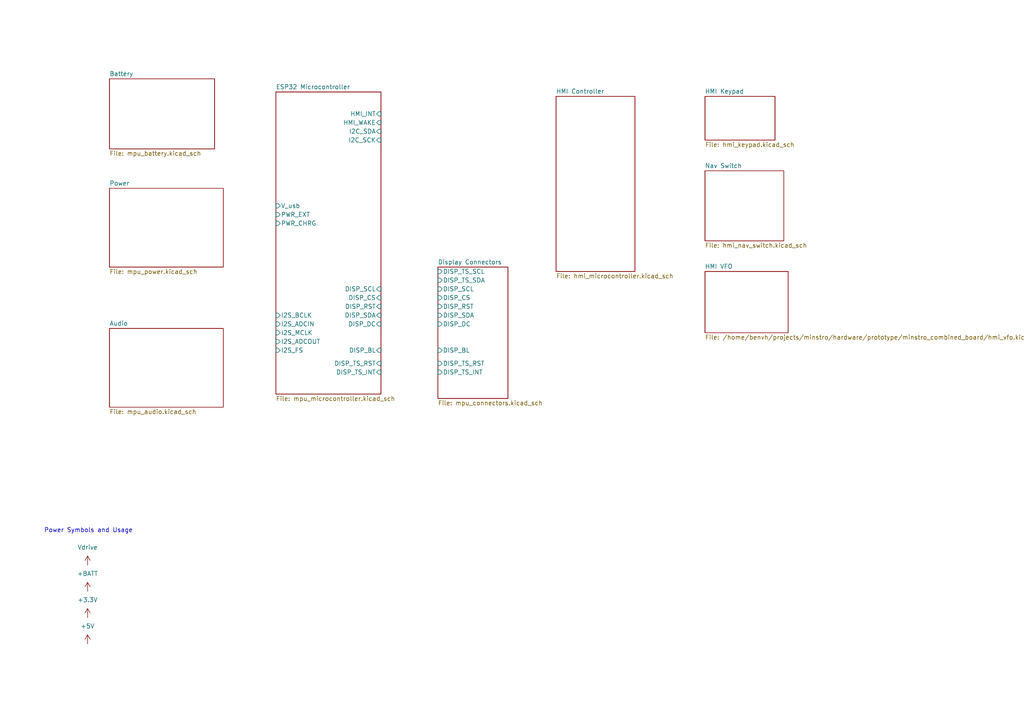
<source format=kicad_sch>
(kicad_sch (version 20250114) (generator "eeschema") (generator_version "9.0")
  (paper "A4")
  (lib_symbols
    (symbol "power:+3.3V" (power) (pin_numbers (hide yes)) (pin_names (offset 0) (hide yes))
      (property "Value" "+3.3V" (at 0 3.556 0))
      (symbol "+3.3V_0_1"
        (polyline (pts (xy -0.762 1.27) (xy 0 2.54)))
        (polyline (pts (xy 0 2.54) (xy 0.762 1.27)))
        (polyline (pts (xy 0 0) (xy 0 2.54)))
      )
      (symbol "+3.3V_1_1"
        (pin power_in line (at 0 0 90) (length 0) (name "~") (number "1"))
      )
    )
    (symbol "power:+5V" (power) (pin_numbers (hide yes)) (pin_names (offset 0) (hide yes))
      (property "Value" "+5V" (at 0 3.556 0))
      (symbol "+5V_0_1"
        (polyline (pts (xy -0.762 1.27) (xy 0 2.54)))
        (polyline (pts (xy 0 2.54) (xy 0.762 1.27)))
        (polyline (pts (xy 0 0) (xy 0 2.54)))
      )
      (symbol "+5V_1_1"
        (pin power_in line (at 0 0 90) (length 0) (name "~") (number "1"))
      )
    )
    (symbol "power:+BATT" (power) (pin_numbers (hide yes)) (pin_names (offset 0) (hide yes))
      (property "Value" "+BATT" (at 0 3.556 0))
      (symbol "+BATT_0_1"
        (polyline (pts (xy -0.762 1.27) (xy 0 2.54)))
        (polyline (pts (xy 0 2.54) (xy 0.762 1.27)))
        (polyline (pts (xy 0 0) (xy 0 2.54)))
      )
      (symbol "+BATT_1_1"
        (pin power_in line (at 0 0 90) (length 0) (name "~") (number "1"))
      )
    )
    (symbol "power:Vdrive" (power) (pin_numbers (hide yes)) (pin_names (offset 0) (hide yes))
      (property "Value" "Vdrive" (at 0 3.556 0))
      (symbol "Vdrive_0_1"
        (polyline (pts (xy -0.762 1.27) (xy 0 2.54)))
        (polyline (pts (xy 0 2.54) (xy 0.762 1.27)))
        (polyline (pts (xy 0 0) (xy 0 2.54)))
      )
      (symbol "Vdrive_1_1"
        (pin power_in line (at 0 0 90) (length 0) (name "~") (number "1"))
      )
    )
  )
  (text "Power Symbols and Usage" (at 25.654 153.924 0) (effects (font (size 1.27 1.27))))
  (symbol (lib_id "power:+5V") (at 25.4 186.69 0) (unit 1)
    (property "Reference" "#PWR0104" (effects (hide yes)))
    (property "Value" "+5V" (at 25.4 181.61 0))
    (property "Description" "Power symbol creates a global label with name \"+5V\"" (effects (hide yes)))
  )
  (symbol (lib_id "power:+BATT") (at 25.4 171.45 0) (unit 1)
    (property "Reference" "#PWR0102" (effects (hide yes)))
    (property "Value" "+BATT" (at 25.4 166.37 0))
    (property "Description" "Power symbol creates a global label with name \"+BATT\"" (effects (hide yes)))
  )
  (symbol (lib_id "power:+3.3V") (at 25.4 179.07 0) (unit 1)
    (property "Reference" "#PWR0103" (effects (hide yes)))
    (property "Value" "+3.3V" (at 25.4 173.99 0))
    (property "Description" "Power symbol creates a global label with name \"+3.3V\"" (effects (hide yes)))
  )
  (symbol (lib_id "power:Vdrive") (at 25.4 163.83 0) (unit 1)
    (property "Reference" "#PWR0101" (effects (hide yes)))
    (property "Value" "Vdrive" (at 25.4 158.75 0))
    (property "Description" "Power symbol creates a global label with name \"Vdrive\"" (effects (hide yes)))
  )
  (sheet (at 204.47 78.74) (size 24.13 17.78) (stroke (width 0.1524))
    (property "Sheetname" "HMI VFO" (at 204.47 78.0284 0) (effects (justify left bottom)))
    (property "Sheetfile" "/home/benvh/projects/minstro/hardware/prototype/minstro_combined_board/hmi_vfo.kicad_sch" (at 204.47 97.1046 0) (effects (justify left top)))
  )
  (sheet (at 31.75 54.61) (size 33.02 22.86) (stroke (width 0.1524))
    (property "Sheetname" "Power" (at 31.75 53.8984 0) (effects (justify left bottom)))
    (property "Sheetfile" "mpu_power.kicad_sch" (at 31.75 78.0546 0) (effects (justify left top)))
  )
  (sheet (at 127 77.47) (size 20.32 38.1) (stroke (width 0.1524))
    (property "Sheetname" "Display Connectors" (at 127 76.7584 0) (effects (justify left bottom)))
    (property "Sheetfile" "mpu_connectors.kicad_sch" (at 127 116.1546 0) (effects (justify left top)))
    (pin "DISP_SCL" input (at 127 83.82 180))
    (pin "DISP_DC" input (at 127 93.98 180))
    (pin "DISP_TS_SCL" input (at 127 78.74 180))
    (pin "DISP_BL" input (at 127 101.6 180))
    (pin "DISP_RST" input (at 127 88.9 180))
    (pin "DISP_CS" input (at 127 86.36 180))
    (pin "DISP_SDA" input (at 127 91.44 180))
    (pin "DISP_TS_SDA" input (at 127 81.28 180))
    (pin "DISP_TS_INT" input (at 127 107.95 180))
    (pin "DISP_TS_RST" input (at 127 105.41 180))
  )
  (sheet (at 31.75 95.25) (size 33.02 22.86) (stroke (width 0.1524))
    (property "Sheetname" "Audio" (at 31.75 94.5384 0) (effects (justify left bottom)))
    (property "Sheetfile" "mpu_audio.kicad_sch" (at 31.75 118.6946 0) (effects (justify left top)))
  )
  (sheet (at 204.47 27.94) (size 20.32 12.7) (stroke (width 0.1524))
    (property "Sheetname" "HMI Keypad" (at 204.47 27.2284 0) (effects (justify left bottom)))
    (property "Sheetfile" "hmi_keypad.kicad_sch" (at 204.47 41.2246 0) (effects (justify left top)))
  )
  (sheet (at 161.29 27.94) (size 22.86 50.8) (stroke (width 0.1524))
    (property "Sheetname" "HMI Controller" (at 161.29 27.2284 0) (effects (justify left bottom)))
    (property "Sheetfile" "hmi_microcontroller.kicad_sch" (at 161.29 79.3246 0) (effects (justify left top)))
  )
  (sheet (at 31.75 22.86) (size 30.48 20.32) (stroke (width 0.1524))
    (property "Sheetname" "Battery" (at 31.75 22.1484 0) (effects (justify left bottom)))
    (property "Sheetfile" "mpu_battery.kicad_sch" (at 31.75 43.7646 0) (effects (justify left top)))
  )
  (sheet (at 80.01 26.67) (size 30.48 87.63) (stroke (width 0.1524))
    (property "Sheetname" "ESP32 Microcontroller" (at 80.01 25.9584 0) (effects (justify left bottom)))
    (property "Sheetfile" "mpu_microcontroller.kicad_sch" (at 80.01 114.8846 0) (effects (justify left top)))
    (pin "I2S_BCLK" input (at 80.01 91.44 180))
    (pin "DISP_SCL" input (at 110.49 83.82 0))
    (pin "I2S_ADCIN" input (at 80.01 93.98 180))
    (pin "DISP_CS" input (at 110.49 86.36 0))
    (pin "I2S_MCLK" input (at 80.01 96.52 180))
    (pin "V_usb" input (at 80.01 59.69 180))
    (pin "I2S_ADCOUT" input (at 80.01 99.06 180))
    (pin "HMI_WAKE" input (at 110.49 35.56 0))
    (pin "PWR_EXT" input (at 80.01 62.23 180))
    (pin "I2C_SDA" input (at 110.49 38.1 0))
    (pin "HMI_INT" input (at 110.49 33.02 0))
    (pin "DISP_RST" input (at 110.49 88.9 0))
    (pin "DISP_BL" input (at 110.49 101.6 0))
    (pin "DISP_TS_RST" input (at 110.49 105.41 0))
    (pin "DISP_TS_INT" input (at 110.49 107.95 0))
    (pin "I2S_FS" input (at 80.01 101.6 180))
    (pin "PWR_CHRG" input (at 80.01 64.77 180))
    (pin "I2C_SCK" input (at 110.49 40.64 0))
    (pin "DISP_SDA" input (at 110.49 91.44 0))
    (pin "DISP_DC" input (at 110.49 93.98 0))
  )
  (sheet (at 204.47 49.53) (size 22.86 20.32) (stroke (width 0.1524))
    (property "Sheetname" "Nav Switch" (at 204.47 48.8184 0) (effects (justify left bottom)))
    (property "Sheetfile" "hmi_nav_switch.kicad_sch" (at 204.47 70.4346 0) (effects (justify left top)))
  )
)
</source>
